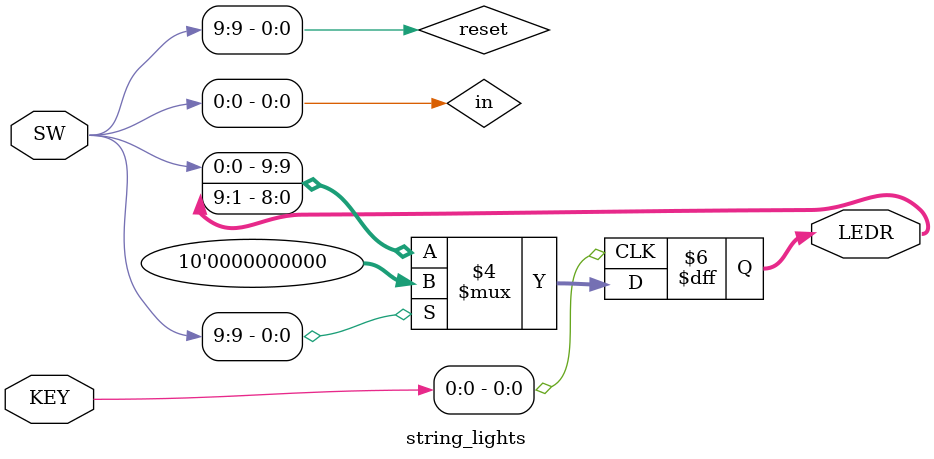
<source format=sv>
module string_lights (output logic [9:0] LEDR, input logic [3:0] KEY, input logic [9:0] SW);
    logic clk, reset, in;

    assign clk = ~KEY[0];
    assign reset = SW[9];
    assign in = SW[0];

    
    always_ff @(posedge clk)
    if (reset)
        LEDR <= 10'd0; // remember that 10d'0 initate a decimal (base 10) of 0
    else
        LEDR <= {in, LEDR[9:1]}; // 10dXXXXXXXX combinations will switched along with 
endmodule // string_lights
</source>
